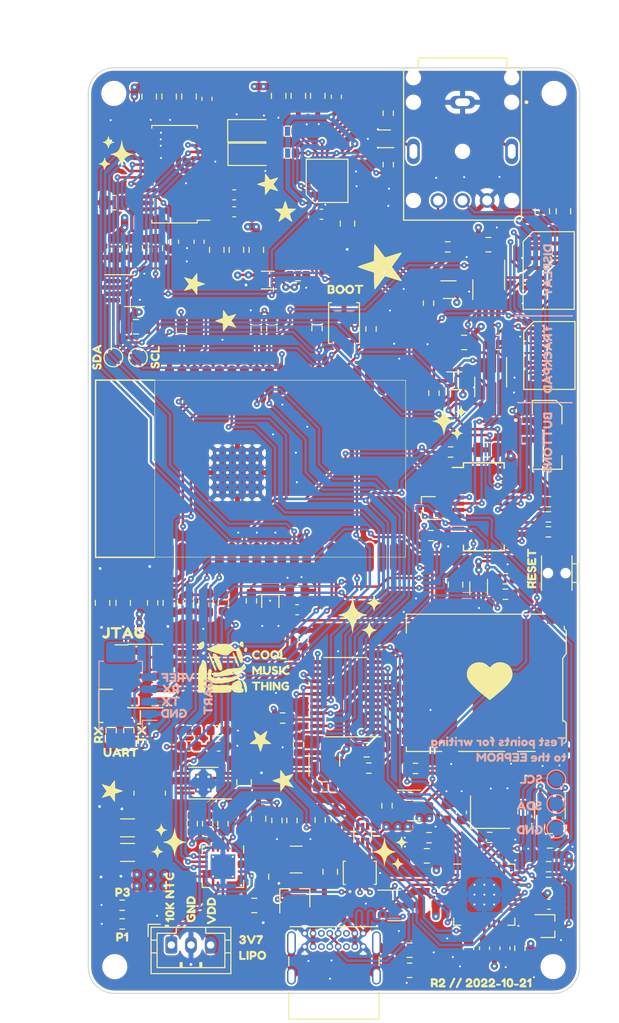
<source format=kicad_pcb>
(kicad_pcb (version 20211014) (generator pcbnew)

  (general
    (thickness 1.566672)
  )

  (paper "A4")
  (layers
    (0 "F.Cu" signal)
    (1 "In1.Cu" signal)
    (2 "In2.Cu" signal)
    (31 "B.Cu" signal)
    (32 "B.Adhes" user "B.Adhesive")
    (33 "F.Adhes" user "F.Adhesive")
    (34 "B.Paste" user)
    (35 "F.Paste" user)
    (36 "B.SilkS" user "B.Silkscreen")
    (37 "F.SilkS" user "F.Silkscreen")
    (38 "B.Mask" user)
    (39 "F.Mask" user)
    (40 "Dwgs.User" user "User.Drawings")
    (41 "Cmts.User" user "User.Comments")
    (42 "Eco1.User" user "User.Eco1")
    (43 "Eco2.User" user "User.Eco2")
    (44 "Edge.Cuts" user)
    (45 "Margin" user)
    (46 "B.CrtYd" user "B.Courtyard")
    (47 "F.CrtYd" user "F.Courtyard")
    (48 "B.Fab" user)
    (49 "F.Fab" user)
    (50 "User.1" user)
    (51 "User.2" user)
    (52 "User.3" user)
    (53 "User.4" user)
    (54 "User.5" user)
    (55 "User.6" user)
    (56 "User.7" user)
    (57 "User.8" user)
    (58 "User.9" user)
  )

  (setup
    (stackup
      (layer "F.SilkS" (type "Top Silk Screen") (color "White"))
      (layer "F.Paste" (type "Top Solder Paste"))
      (layer "F.Mask" (type "Top Solder Mask") (color "Purple") (thickness 0.0254))
      (layer "F.Cu" (type "copper") (thickness 0.04318))
      (layer "dielectric 1" (type "prepreg") (thickness 0.202184) (material "FR408-HR") (epsilon_r 3.69) (loss_tangent 0.0091))
      (layer "In1.Cu" (type "copper") (thickness 0.017272))
      (layer "dielectric 2" (type "core") (thickness 0.9906) (material "FR408-HR") (epsilon_r 3.69) (loss_tangent 0.0091))
      (layer "In2.Cu" (type "copper") (thickness 0.017272))
      (layer "dielectric 3" (type "prepreg") (thickness 0.202184) (material "FR408-HR") (epsilon_r 3.69) (loss_tangent 0.0091))
      (layer "B.Cu" (type "copper") (thickness 0.04318))
      (layer "B.Mask" (type "Bottom Solder Mask") (color "Purple") (thickness 0.0254))
      (layer "B.Paste" (type "Bottom Solder Paste"))
      (layer "B.SilkS" (type "Bottom Silk Screen") (color "White"))
      (copper_finish "ENIG")
      (dielectric_constraints no)
    )
    (pad_to_mask_clearance 0.0508)
    (grid_origin 115.275 57.55)
    (pcbplotparams
      (layerselection 0x00010fc_ffffffff)
      (disableapertmacros false)
      (usegerberextensions true)
      (usegerberattributes true)
      (usegerberadvancedattributes true)
      (creategerberjobfile true)
      (svguseinch false)
      (svgprecision 6)
      (excludeedgelayer true)
      (plotframeref false)
      (viasonmask false)
      (mode 1)
      (useauxorigin false)
      (hpglpennumber 1)
      (hpglpenspeed 20)
      (hpglpendiameter 15.000000)
      (dxfpolygonmode true)
      (dxfimperialunits true)
      (dxfusepcbnewfont true)
      (psnegative false)
      (psa4output false)
      (plotreference true)
      (plotvalue true)
      (plotinvisibletext false)
      (sketchpadsonfab false)
      (subtractmaskfromsilk false)
      (outputformat 1)
      (mirror false)
      (drillshape 0)
      (scaleselection 1)
      (outputdirectory "gerbers")
    )
  )

  (net 0 "")
  (net 1 "GND")
  (net 2 "Net-(C104-Pad1)")
  (net 3 "Net-(C106-Pad1)")
  (net 4 "Net-(C107-Pad2)")
  (net 5 "BAT")
  (net 6 "Net-(C204-Pad1)")
  (net 7 "SYS_POWER")
  (net 8 "BAT_LEVEL")
  (net 9 "Net-(C315-Pad1)")
  (net 10 "3V3_AUDIO")
  (net 11 "Net-(C306-Pad1)")
  (net 12 "Net-(C306-Pad2)")
  (net 13 "Net-(C308-Pad1)")
  (net 14 "Net-(C308-Pad2)")
  (net 15 "Net-(C311-Pad1)")
  (net 16 "Net-(C311-Pad2)")
  (net 17 "Net-(C312-Pad1)")
  (net 18 "Net-(C314-Pad1)")
  (net 19 "USB_VDD33")
  (net 20 "Net-(C409-Pad1)")
  (net 21 "Net-(C217-Pad1)")
  (net 22 "SD_VDD")
  (net 23 "Net-(C218-Pad1)")
  (net 24 "Net-(D401-Pad1)")
  (net 25 "unconnected-(D401-Pad2)")
  (net 26 "SD_VDD_EN")
  (net 27 "ESP_SCLK")
  (net 28 "ESP_MOSI")
  (net 29 "ESP_MISO")
  (net 30 "DISPLAY_CS")
  (net 31 "NTC")
  (net 32 "~{3.5mm_DETECT}")
  (net 33 "Net-(J301-Pad6)")
  (net 34 "SD_DAT3")
  (net 35 "SD_CMD")
  (net 36 "SD_CLK")
  (net 37 "SD_DAT0")
  (net 38 "SD_DAT1")
  (net 39 "SD_DAT2")
  (net 40 "Net-(C407-Pad1)")
  (net 41 "Net-(L201-Pad1)")
  (net 42 "DISPLAY_EN")
  (net 43 "3V3_AUDIO_EN")
  (net 44 "Net-(C410-Pad2)")
  (net 45 "Net-(R102-Pad2)")
  (net 46 "ESP_SCL")
  (net 47 "ESP_SDA")
  (net 48 "DISPLAY_VDD")
  (net 49 "Net-(R201-Pad2)")
  (net 50 "TOUCH_VDD")
  (net 51 "Net-(R204-Pad2)")
  (net 52 "PROG1")
  (net 53 "PROG3")
  (net 54 "~{CHG_PWR_OK}")
  (net 55 "Net-(R208-Pad2)")
  (net 56 "Net-(D101-Pad1)")
  (net 57 "unconnected-(D101-Pad2)")
  (net 58 "USB_DP")
  (net 59 "Net-(R402-Pad2)")
  (net 60 "USB_DN")
  (net 61 "/Power/VBUS_RAW")
  (net 62 "SD_MUX_SW")
  (net 63 "DAC_SCK")
  (net 64 "DAC_BCK")
  (net 65 "DAC_LRCK")
  (net 66 "JTAG_TMS")
  (net 67 "JTAG_TDI")
  (net 68 "JTAG_TCK")
  (net 69 "unconnected-(U101-Pad17)")
  (net 70 "unconnected-(U101-Pad18)")
  (net 71 "unconnected-(U101-Pad19)")
  (net 72 "unconnected-(U101-Pad20)")
  (net 73 "unconnected-(U101-Pad21)")
  (net 74 "unconnected-(U101-Pad22)")
  (net 75 "JTAG_TDO")
  (net 76 "DAC_DIN")
  (net 77 "unconnected-(U101-Pad32)")
  (net 78 "UART_RXD")
  (net 79 "UART_TXD")
  (net 80 "Net-(J503-Pad2)")
  (net 81 "Net-(FB301-Pad2)")
  (net 82 "Net-(FB302-Pad2)")
  (net 83 "Net-(FB303-Pad2)")
  (net 84 "unconnected-(U401-Pad7)")
  (net 85 "unconnected-(U401-Pad8)")
  (net 86 "Net-(FB304-Pad1)")
  (net 87 "USB_SD_DAT1")
  (net 88 "USB_SD_DAT0")
  (net 89 "Net-(J202-PadA5)")
  (net 90 "unconnected-(J202-PadA8)")
  (net 91 "USB_SD_CLK")
  (net 92 "Net-(J202-PadB5)")
  (net 93 "USB_SD_CMD")
  (net 94 "unconnected-(J202-PadB8)")
  (net 95 "Net-(J401-Pad2)")
  (net 96 "Net-(J401-Pad3)")
  (net 97 "SD_CD")
  (net 98 "Net-(Q201-Pad1)")
  (net 99 "/Power/VBUS_SWITCHED")
  (net 100 "USB_SD_DAT3")
  (net 101 "Net-(Q202-Pad1)")
  (net 102 "USB_SD_DAT2")
  (net 103 "Net-(Q202-Pad3)")
  (net 104 "unconnected-(U405-Pad3)")
  (net 105 "unconnected-(U103-Pad10)")
  (net 106 "Net-(C312-Pad2)")
  (net 107 "Net-(C313-Pad2)")
  (net 108 "Net-(R305-Pad1)")
  (net 109 "Net-(Q202-Pad4)")
  (net 110 "unconnected-(U301-Pad15)")
  (net 111 "Net-(Q401-Pad3)")
  (net 112 "~{USB_STORAGE_EN}")
  (net 113 "unconnected-(U101-Pad27)")
  (net 114 "unconnected-(U101-Pad28)")
  (net 115 "ESP_SD_CS")
  (net 116 "~{SD_VDD_EN_INV}")
  (net 117 "Net-(Q501-Pad3)")
  (net 118 "TOUCH_EN")
  (net 119 "Net-(Q502-Pad3)")
  (net 120 "Net-(R109-Pad1)")
  (net 121 "Net-(R110-Pad1)")
  (net 122 "Net-(R203-Pad2)")
  (net 123 "Net-(R412-Pad1)")
  (net 124 "KEY_LOCK")
  (net 125 "KEY_VOL_UP")
  (net 126 "KEY_VOL_DOWN")
  (net 127 "CHG_STAT1")
  (net 128 "CHG_STAT2")
  (net 129 "unconnected-(U101-Pad10)")
  (net 130 "~{3V3_MODE}")
  (net 131 "~{TOUCH_INT}")
  (net 132 "DISPLAY_DR")
  (net 133 "DISPLAY_LED")
  (net 134 "unconnected-(U204-Pad8)")
  (net 135 "unconnected-(U204-Pad9)")
  (net 136 "DAC_SDA")
  (net 137 "DAC_SCL")
  (net 138 "unconnected-(U401-Pad1)")
  (net 139 "unconnected-(U401-Pad10)")
  (net 140 "unconnected-(U401-Pad12)")
  (net 141 "unconnected-(U401-Pad15)")
  (net 142 "unconnected-(U401-Pad16)")
  (net 143 "unconnected-(U401-Pad17)")
  (net 144 "unconnected-(U401-Pad19)")
  (net 145 "unconnected-(U401-Pad20)")
  (net 146 "unconnected-(U401-Pad24)")
  (net 147 "unconnected-(U401-Pad29)")
  (net 148 "Net-(J501-Pad9)")
  (net 149 "Net-(J501-Pad8)")
  (net 150 "Net-(J502-Pad4)")
  (net 151 "Net-(J502-Pad3)")
  (net 152 "Net-(D301-Pad1)")
  (net 153 "Net-(D301-Pad2)")
  (net 154 "Net-(R302-Pad1)")
  (net 155 "/Power/VBUS_FUSED")
  (net 156 "Net-(R410-Pad1)")
  (net 157 "Net-(R411-Pad2)")
  (net 158 "Net-(C401-Pad1)")
  (net 159 "unconnected-(J501-Pad1)")
  (net 160 "unconnected-(J501-Pad6)")
  (net 161 "unconnected-(J501-Pad14)")
  (net 162 "unconnected-(J502-Pad5)")
  (net 163 "unconnected-(J502-Pad6)")
  (net 164 "unconnected-(J502-Pad7)")
  (net 165 "unconnected-(J502-Pad8)")
  (net 166 "unconnected-(J502-Pad10)")
  (net 167 "unconnected-(J502-Pad11)")
  (net 168 "unconnected-(J502-Pad12)")
  (net 169 "Net-(J503-Pad1)")
  (net 170 "Net-(C402-Pad1)")
  (net 171 "Net-(Q302-Pad3)")
  (net 172 "+3V3")
  (net 173 "unconnected-(U102-Pad14)")
  (net 174 "Net-(J503-Pad3)")

  (footprint "Resistor_SMD:R_0603_1608Metric" (layer "F.Cu") (at 134.3 134.2 90))

  (footprint "Package_SO:MSOP-10-1EP_3x3mm_P0.5mm_EP1.68x1.88mm_ThermalVias" (layer "F.Cu") (at 126.8 130.4 180))

  (footprint "Resistor_SMD:R_0603_1608Metric" (layer "F.Cu") (at 131.7 111.85 -90))

  (footprint "Capacitor_SMD:C_0603_1608Metric" (layer "F.Cu") (at 159.325 133.4 90))

  (footprint "Resistor_SMD:R_0603_1608Metric" (layer "F.Cu") (at 119.225 125.05 -90))

  (footprint "footprints:molex-zif-12p" (layer "F.Cu") (at 162.025 87.375 -90))

  (footprint "Capacitor_SMD:C_0603_1608Metric" (layer "F.Cu") (at 125.35 126.625 180))

  (footprint "Resistor_SMD:R_0603_1608Metric" (layer "F.Cu") (at 125.35 125.05))

  (footprint "MountingHole:MountingHole_2.2mm_M2" (layer "F.Cu") (at 117.8 149.075))

  (footprint "Capacitor_SMD:C_0805_2012Metric" (layer "F.Cu") (at 139.725 139.425 90))

  (footprint "Capacitor_SMD:C_1206_3216Metric" (layer "F.Cu") (at 119.1 137.45 180))

  (footprint "Capacitor_SMD:C_0805_2012Metric" (layer "F.Cu") (at 123.325 60.525 -90))

  (footprint "Package_DFN_QFN:QFN-20-1EP_4x4mm_P0.5mm_EP2.5x2.5mm_ThermalVias" (layer "F.Cu") (at 128.8 138.9 -90))

  (footprint "Capacitor_SMD:C_0805_2012Metric" (layer "F.Cu") (at 132.725 139.925 -90))

  (footprint "Capacitor_SMD:C_0805_2012Metric" (layer "F.Cu") (at 130.175 76.125 -90))

  (footprint "pretty-kicad-footprints:sparkles" (layer "F.Cu") (at 142.725 113.45))

  (footprint "footprints:CUI_SJ-3566AN" (layer "F.Cu") (at 153.1875 66.1 -90))

  (footprint "Capacitor_SMD:C_0805_2012Metric" (layer "F.Cu") (at 153.35 85.55 180))

  (footprint "Capacitor_SMD:C_0805_2012Metric" (layer "F.Cu") (at 119.875 75.95 -90))

  (footprint "Capacitor_SMD:C_0805_2012Metric" (layer "F.Cu") (at 156.85 85.55))

  (footprint "kibuzzard-6351F2FF" (layer "F.Cu") (at 123.4 142.025 90))

  (footprint "Resistor_SMD:R_0603_1608Metric" (layer "F.Cu") (at 128.8 134.525 -90))

  (footprint "Resistor_SMD:R_0603_1608Metric" (layer "F.Cu") (at 136.95 115.675 90))

  (footprint "pretty-kicad-footprints:heart" (layer "F.Cu") (at 155.95 120.025))

  (footprint "Package_TO_SOT_SMD:SOT-563" (layer "F.Cu") (at 152.475 89.45))

  (footprint "Capacitor_SMD:C_0805_2012Metric" (layer "F.Cu") (at 132 142.85))

  (footprint "Capacitor_SMD:C_0805_2012Metric" (layer "F.Cu") (at 152.475 110.2 90))

  (footprint "Resistor_SMD:R_0603_1608Metric" (layer "F.Cu") (at 145.5 132.7 90))

  (footprint "Resistor_SMD:R_0603_1608Metric" (layer "F.Cu") (at 149.975 105.2 180))

  (footprint "Resistor_SMD:R_0603_1608Metric" (layer "F.Cu") (at 136.5 126.475 -90))

  (footprint "Resistor_SMD:R_0603_1608Metric" (layer "F.Cu") (at 148.4 128.9 180))

  (footprint "Capacitor_SMD:C_0603_1608Metric" (layer "F.Cu") (at 140.325 134.15 90))

  (footprint "Capacitor_SMD:C_0603_1608Metric" (layer "F.Cu") (at 129.95 70.525))

  (footprint "Capacitor_SMD:C_0805_2012Metric" (layer "F.Cu") (at 149.55 137.8 180))

  (footprint "Package_TO_SOT_SMD:SOT-23" (layer "F.Cu") (at 146.225 142.85))

  (footprint "Package_SO:TSSOP-24_4.4x7.8mm_P0.65mm" (layer "F.Cu") (at 141.275 121.65 180))

  (footprint "Button_Switch_SMD:SW_Push_SPST_NO_Alps_SKRK" (layer "F.Cu") (at 141.125 83.575 90))

  (footprint "Capacitor_SMD:C_0805_2012Metric" (layer "F.Cu") (at 134.475 60.45 -90))

  (footprint "Package_SO:VSSOP-8_3.0x3.0mm_P0.65mm" (layer "F.Cu") (at 155.85 80.175 -90))

  (footprint "Button_Switch_SMD:SW_SPST_EVQP7C" (layer "F.Cu") (at 162.775 109.025 90))

  (footprint "pretty-kicad-footprints:star_small" (layer "F.Cu") (at 135.15 72.2))

  (footprint "Crystal:Crystal_SMD_3225-4Pin_3.2x2.5mm" (layer "F.Cu") (at 156 133.35))

  (footprint "Capacitor_SMD:C_0805_2012Metric" (layer "F.Cu") (at 118.65 112.05 -90))

  (footprint "Capacitor_SMD:C_0805_2012Metric" (layer "F.Cu") (at 155.725 96.475 180))

  (footprint "pretty-kicad-footprints:star_small" (layer "F.Cu") (at 134.9 130.15 90))

  (footprint "Capacitor_SMD:C_0603_1608Metric" (layer "F.Cu") (at 129.95 72.25))

  (footprint "Resistor_SMD:R_0603_1608Metric" (layer "F.Cu") (at 121.65 112.05 -90))

  (footprint "Resistor_SMD:R_0603_1608Metric" (layer "F.Cu") (at 161.95 140.5))

  (footprint "Resistor_SMD:R_0603_1608Metric" (layer "F.Cu") (at 128.85 112.05 90))

  (footprint "Capacitor_SMD:C_0805_2012Metric" (layer "F.Cu") (at 117.65 71.325 180))

  (footprint "Resistor_SMD:R_0603_1608Metric" (layer "F.Cu") (at 125.3 112.05 -90))

  (footprint "kibuzzard-6351F48B" (layer "F.Cu")
    (tedit 6351F48B) (tstamp 4e7db994-94cc-4421-8391-2b5102e7bd17)
    (at 121.9 87.05 90)
    (descr "Converted using: scripting")
    (tags "svg2mod")
    (attr board_only exclude_from_pos_files exclude_from_bom)
    (fp_text reference "kibuzzard-6351F48B" (at 0 -0.479933 90) (layer "F.SilkS") hide
      (effects (font (size 0.000254 0.000254) (thickness 0.000003)))
      (tstamp 5c085fb9-c15d-4c49-a67c-b9269a937467)
    )
    (fp_text value "G***" (at 0 0.479933 90) (layer "F.SilkS") hide
      (effects (font (size 0.000254 0.000254) (thickness 0.000003)))
      (tstamp df99dd20-245e-40bd-a8f7-3cfc51dc249b)
    )
    (fp_poly (pts
        (xy 0.198755 0.222885)
        (xy 0.221615 0.206375)
        (xy 0.282575 0.180975)
        (xy 0.323533 0.198755)
        (xy 0.367665 0.252095)
        (xy 0.395605 0.323215)
        (xy 0.37846 0.367665)
        (xy 0.338455 0.399415)
        (xy 0.29464 0.426085)
        (xy 0.208915 0.459105)
        (xy 0.145256 0.474345)
        (xy 0.08382 0.479425)
        (xy 0.023178 0.475456)
        (xy -0.0381 0.46355)
        (xy -0.100648 0.442278)
        (xy -0.1651 0.41021)
        (xy -0.227171 0.368618)
        (xy -0.282575 0.31877)
        (xy -0.330041 0.257175)
        (xy -0.3683 0.18034)
        (xy -0.393541 0.092234)
        (xy -0.401955 -0.003175)
        (xy -0.3937 -0.097631)
        (xy -0.368935 -0.18288)
        (xy -0.331311 -0.25654)
        (xy -0.28448 -0.31623)
        (xy -0.229394 -0.364649)
        (xy -0.167005 -0.404495)
        (xy -0.083891 -0.442595)
        (xy -0.000494 -0.465455)
        (xy 0.083185 -0.473075)
        (xy 0.143351 -0.468471)
        (xy 0.20447 -0.45466)
        (xy 0.297815 -0.417195)
        (xy 0.328295 -0.399415)
        (xy 0.363855 -0.376555)
        (xy 0.396875 -0.31623)
        (xy 0.370205 -0.245745)
        (xy 0.323215 -0.19431)
        (xy 0.281305 -0.177165)
        (xy 0.216535 -0.205105)
        (xy 0.154305 -0.237
... [4093023 chars truncated]
</source>
